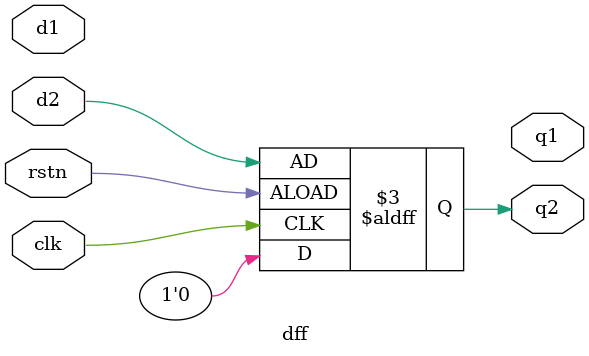
<source format=v>
module dff(
input d1,d2,
input rstn,
input clk,
output reg q1,q2);
always @(posedge clk or negedge rstn)
if(!rstn)
q2=d2;
else 
q2=0;
endmodule


</source>
